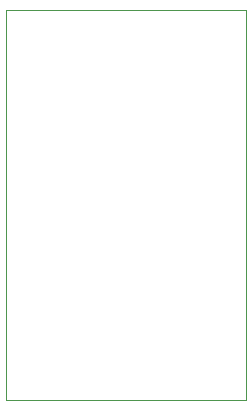
<source format=gbr>
%TF.GenerationSoftware,KiCad,Pcbnew,8.0.6*%
%TF.CreationDate,2024-11-20T20:55:38+11:00*%
%TF.ProjectId,clock-divider,636c6f63-6b2d-4646-9976-696465722e6b,1*%
%TF.SameCoordinates,Original*%
%TF.FileFunction,Profile,NP*%
%FSLAX46Y46*%
G04 Gerber Fmt 4.6, Leading zero omitted, Abs format (unit mm)*
G04 Created by KiCad (PCBNEW 8.0.6) date 2024-11-20 20:55:38*
%MOMM*%
%LPD*%
G01*
G04 APERTURE LIST*
%TA.AperFunction,Profile*%
%ADD10C,0.050000*%
%TD*%
G04 APERTURE END LIST*
D10*
X60960000Y-104140000D02*
X81280000Y-104140000D01*
X60960000Y-71120000D02*
X60960000Y-104140000D01*
X81280000Y-71120000D02*
X60960000Y-71120000D01*
X81280000Y-104140000D02*
X81280000Y-71120000D01*
M02*

</source>
